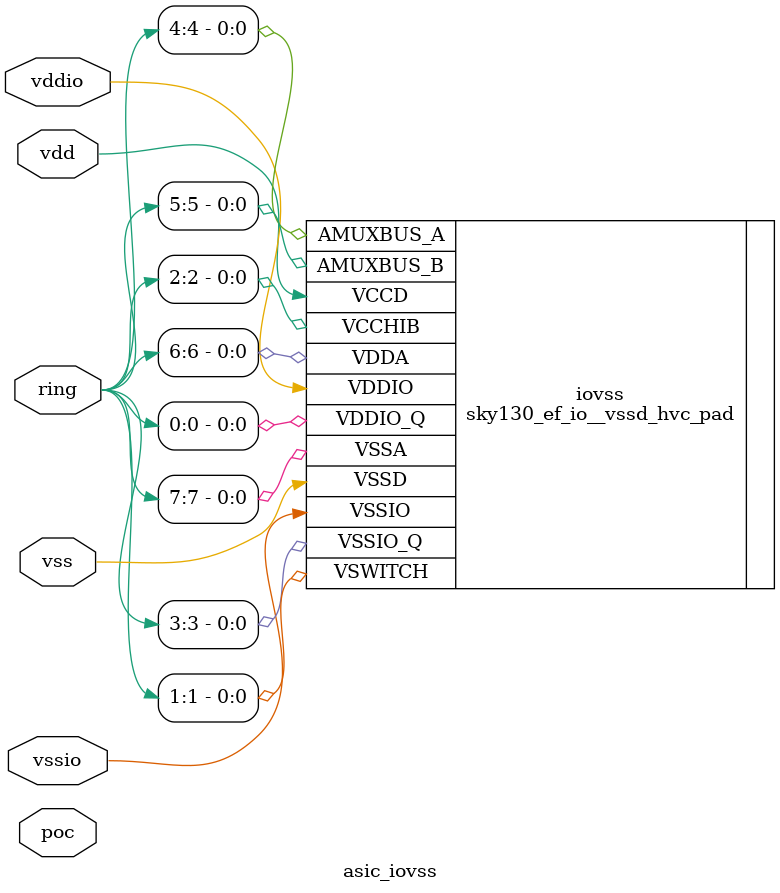
<source format=v>
module asic_iovss #(
    parameter DIR = "NO",
    parameter TYPE = "SOFT",
    parameter TECH_RING_WIDTH = 8
) (
    inout vdd,
    inout vss,
    inout vddio,
    inout vssio,
    inout poc,

    inout [TECH_RING_WIDTH-1:0] ring
);

sky130_ef_io__vssd_hvc_pad iovss (
    .VDDIO(vddio),
    .VDDIO_Q(ring[0]),
    .VDDA(ring[6]),
    .VCCD(vdd),
    .VSWITCH(ring[1]),
    .VCCHIB(ring[2]),
    .VSSA(ring[7]),
    .VSSD(vss),
    .VSSIO_Q(ring[3]),
    .VSSIO(vssio),

    .AMUXBUS_A(ring[4]),
    .AMUXBUS_B(ring[5])
);

endmodule
</source>
